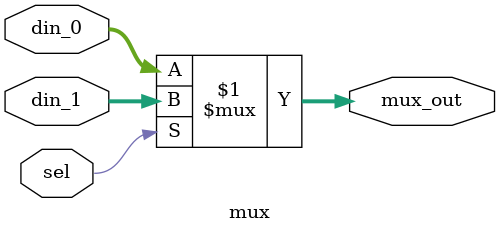
<source format=v>
`timescale 1ns/100ps

module mux(
din_0      , // Mux first input
din_1      , // Mux Second input
sel        , // Select input
mux_out      // Mux output
);
//-----------Input Ports---------------
input [7:0] din_0;
input [7:0] din_1; 
input sel ;
//-----------Output Ports---------------
output [7:0] mux_out;
//-------------Code Start-----------------
assign mux_out = (sel) ? din_1 : din_0;

endmodule //End Of Module mux
</source>
